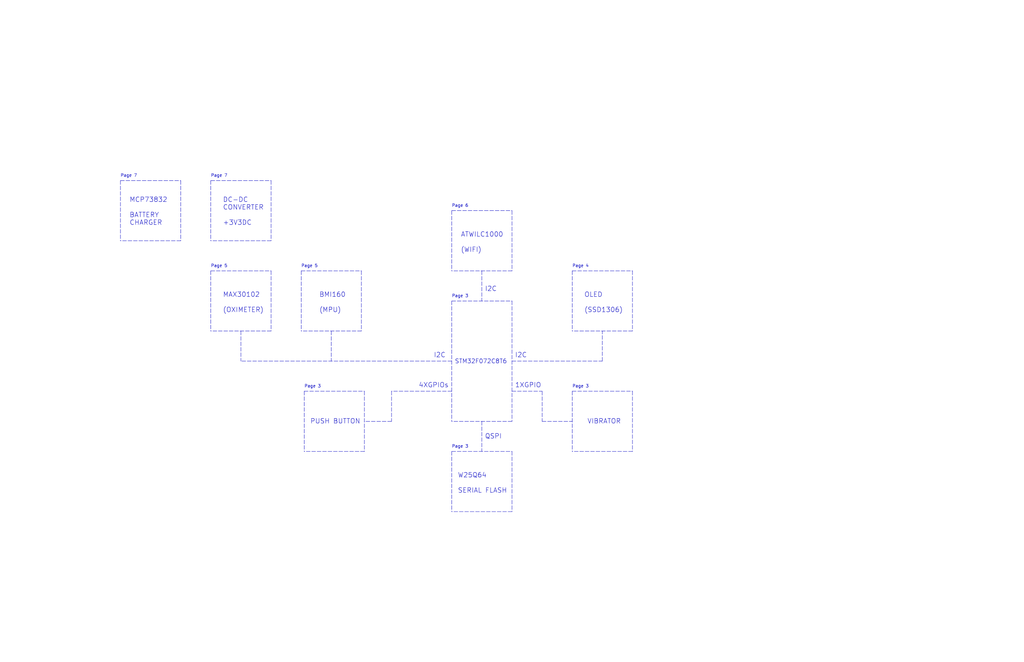
<source format=kicad_sch>
(kicad_sch (version 20211123) (generator eeschema)
  (paper "B")
  (lib_symbols)
  (polyline (pts (xy 50.8 76.2) (xy 76.2 76.2)))
  (polyline (pts (xy 203.2 177.8) (xy 203.2 190.5)))
  (polyline (pts (xy 153.67 190.5) (xy 128.27 190.5)))
  (polyline (pts (xy 215.9 165.1) (xy 228.6 165.1)))
  (polyline (pts (xy 241.3 165.1) (xy 266.7 165.1)))
  (polyline (pts (xy 215.9 127) (xy 215.9 177.8)))
  (polyline (pts (xy 127 114.3) (xy 152.4 114.3)))
  (polyline (pts (xy 190.5 88.9) (xy 190.5 114.3)))
  (polyline (pts (xy 190.5 152.4) (xy 101.6 152.4)))
  (polyline (pts (xy 114.3 114.3) (xy 114.3 139.7)))
  (polyline (pts (xy 88.9 114.3) (xy 114.3 114.3)))
  (polyline (pts (xy 266.7 190.5) (xy 241.3 190.5)))
  (polyline (pts (xy 88.9 114.3) (xy 88.9 139.7)))
  (polyline (pts (xy 127 114.3) (xy 127 139.7)))
  (polyline (pts (xy 76.2 101.6) (xy 50.8 101.6)))
  (polyline (pts (xy 190.5 165.1) (xy 165.1 165.1)))
  (polyline (pts (xy 114.3 139.7) (xy 88.9 139.7)))
  (polyline (pts (xy 165.1 165.1) (xy 165.1 177.8)))
  (polyline (pts (xy 266.7 165.1) (xy 266.7 190.5)))
  (polyline (pts (xy 165.1 177.8) (xy 153.67 177.8)))
  (polyline (pts (xy 241.3 114.3) (xy 241.3 139.7)))
  (polyline (pts (xy 203.2 114.3) (xy 203.2 127)))
  (polyline (pts (xy 266.7 139.7) (xy 241.3 139.7)))
  (polyline (pts (xy 128.27 165.1) (xy 153.67 165.1)))
  (polyline (pts (xy 228.6 165.1) (xy 228.6 177.8)))
  (polyline (pts (xy 190.5 127) (xy 215.9 127)))
  (polyline (pts (xy 152.4 139.7) (xy 127 139.7)))
  (polyline (pts (xy 215.9 215.9) (xy 190.5 215.9)))
  (polyline (pts (xy 50.8 76.2) (xy 50.8 101.6)))
  (polyline (pts (xy 114.3 101.6) (xy 88.9 101.6)))
  (polyline (pts (xy 241.3 114.3) (xy 266.7 114.3)))
  (polyline (pts (xy 190.5 127) (xy 190.5 177.8)))
  (polyline (pts (xy 76.2 76.2) (xy 76.2 101.6)))
  (polyline (pts (xy 88.9 76.2) (xy 88.9 101.6)))
  (polyline (pts (xy 190.5 88.9) (xy 215.9 88.9)))
  (polyline (pts (xy 128.27 165.1) (xy 128.27 190.5)))
  (polyline (pts (xy 266.7 114.3) (xy 266.7 139.7)))
  (polyline (pts (xy 139.7 139.7) (xy 139.7 152.4)))
  (polyline (pts (xy 190.5 190.5) (xy 190.5 215.9)))
  (polyline (pts (xy 228.6 177.8) (xy 241.3 177.8)))
  (polyline (pts (xy 215.9 88.9) (xy 215.9 114.3)))
  (polyline (pts (xy 152.4 114.3) (xy 152.4 139.7)))
  (polyline (pts (xy 215.9 114.3) (xy 190.5 114.3)))
  (polyline (pts (xy 215.9 177.8) (xy 190.5 177.8)))
  (polyline (pts (xy 241.3 165.1) (xy 241.3 190.5)))
  (polyline (pts (xy 88.9 76.2) (xy 114.3 76.2)))
  (polyline (pts (xy 153.67 165.1) (xy 153.67 190.5)))
  (polyline (pts (xy 254 152.4) (xy 254 139.7)))
  (polyline (pts (xy 114.3 76.2) (xy 114.3 101.6)))
  (polyline (pts (xy 190.5 190.5) (xy 215.9 190.5)))
  (polyline (pts (xy 101.6 139.7) (xy 101.6 152.4)))
  (polyline (pts (xy 215.9 190.5) (xy 215.9 215.9)))
  (polyline (pts (xy 215.9 152.4) (xy 254 152.4)))
  (text "4XGPIOs" (at 176.53 163.83 0) (effects (font (size 2 2)) (justify left bottom)))
  (text "Page 5" (at 88.9 113.03 0) (effects (font (size 1.27 1.27)) (justify left bottom)))
  (text "VIBRATOR" (at 247.65 179.07 0) (effects (font (size 2 2)) (justify left bottom)))
  (text "ATWILC1000\n\n(WIFI)" (at 194.31 106.68 0) (effects (font (size 2 2)) (justify left bottom)))
  (text "PUSH BUTTON" (at 130.81 179.07 0) (effects (font (size 2 2)) (justify left bottom)))
  (text "I2C" (at 204.47 123.19 0) (effects (font (size 2 2)) (justify left bottom)))
  (text "QSPI" (at 204.47 185.42 0) (effects (font (size 2 2)) (justify left bottom)))
  (text "I2C" (at 217.17 151.13 0) (effects (font (size 2 2)) (justify left bottom)))
  (text "STM32F072C8T6" (at 191.77 153.67 0) (effects (font (size 1.8 1.8)) (justify left bottom)))
  (text "Page 3" (at 190.5 125.73 0) (effects (font (size 1.27 1.27)) (justify left bottom)))
  (text "OLED\n\n(SSD1306)" (at 246.38 132.08 0) (effects (font (size 2 2)) (justify left bottom)))
  (text "1XGPIO" (at 217.17 163.83 0) (effects (font (size 2 2)) (justify left bottom)))
  (text "W25Q64\n\nSERIAL FLASH" (at 193.04 208.28 0) (effects (font (size 2 2)) (justify left bottom)))
  (text "Page 3" (at 190.5 189.23 0) (effects (font (size 1.27 1.27)) (justify left bottom)))
  (text "I2C" (at 182.88 151.13 0) (effects (font (size 2 2)) (justify left bottom)))
  (text "DC-DC \nCONVERTER\n\n+3V3DC" (at 93.98 95.25 0) (effects (font (size 2 2)) (justify left bottom)))
  (text "Page 3" (at 241.3 163.83 0) (effects (font (size 1.27 1.27)) (justify left bottom)))
  (text "Page 3" (at 128.319 163.83 0) (effects (font (size 1.27 1.27)) (justify left bottom)))
  (text "BMI160\n\n(MPU)" (at 134.62 132.08 0) (effects (font (size 2 2)) (justify left bottom)))
  (text "Page 4" (at 241.3 113.03 0) (effects (font (size 1.27 1.27)) (justify left bottom)))
  (text "Page 6" (at 190.5 87.63 0) (effects (font (size 1.27 1.27)) (justify left bottom)))
  (text "MAX30102\n\n(OXIMETER)" (at 93.98 132.08 0) (effects (font (size 2 2)) (justify left bottom)))
  (text "Page 7" (at 88.9 74.93 0) (effects (font (size 1.27 1.27)) (justify left bottom)))
  (text "MCP73832\n\nBATTERY\nCHARGER" (at 54.61 95.25 0) (effects (font (size 2 2)) (justify left bottom)))
  (text "Page 5" (at 127 113.03 0) (effects (font (size 1.27 1.27)) (justify left bottom)))
  (text "Page 7" (at 50.8 74.93 0) (effects (font (size 1.27 1.27)) (justify left bottom)))
)
</source>
